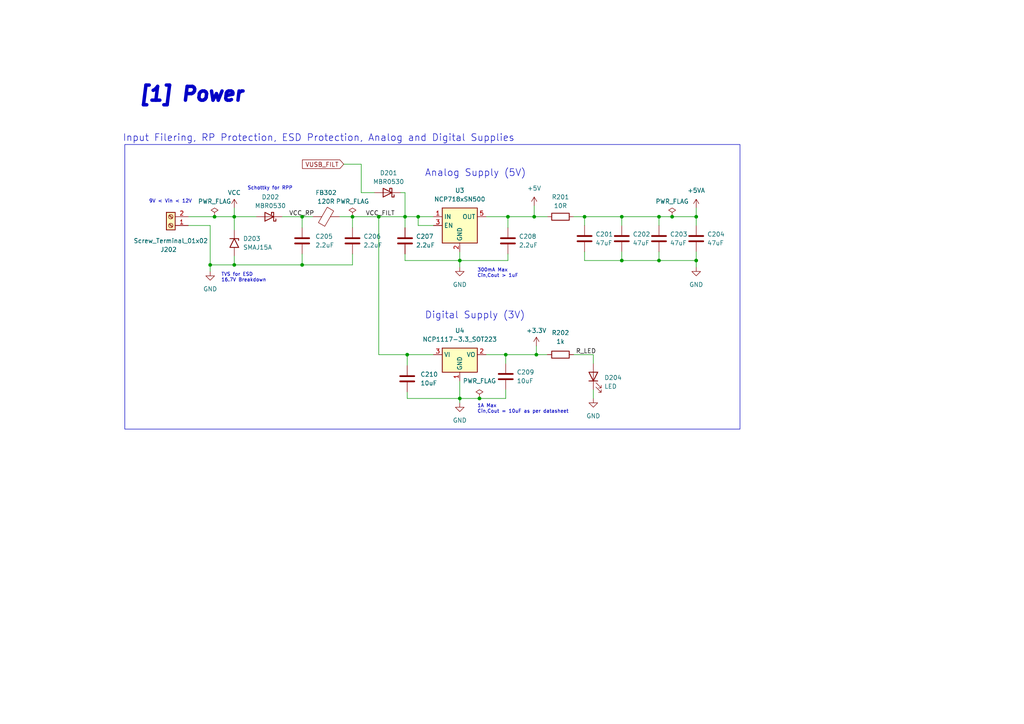
<source format=kicad_sch>
(kicad_sch (version 20230121) (generator eeschema)
  (paper "A4")
  (lib_symbols
    (symbol "Connector:Screw_Terminal_01x02" (pin_names (offset 1.016) hide)
      (property "Reference" "J" (at 0 2.54 0))
      (property "Value" "Screw_Terminal_01x02" (at 0 -5.08 0))
      (symbol "Screw_Terminal_01x02_1_1"
        (rectangle (start -1.27 1.27) (end 1.27 -3.81) (stroke (width 0.254)) (fill (type background)))
        (circle (center 0 -2.54) (radius 0.635) (stroke (width 0.1524)))
        (polyline (pts (xy -0.5334 -2.2098) (xy 0.3302 -3.048)) (stroke (width 0.1524)))
        (polyline (pts (xy -0.5334 0.3302) (xy 0.3302 -0.508)) (stroke (width 0.1524)))
        (polyline (pts (xy -0.3556 -2.032) (xy 0.508 -2.8702)) (stroke (width 0.1524)))
        (polyline (pts (xy -0.3556 0.508) (xy 0.508 -0.3302)) (stroke (width 0.1524)))
        (circle (center 0 0) (radius 0.635) (stroke (width 0.1524)))
        (pin passive line (at -5.08 0 0) (length 3.81) (name "Pin_1") (number "1"))
        (pin passive line (at -5.08 -2.54 0) (length 3.81) (name "Pin_2") (number "2"))
      )
    )
    (symbol "Device:C" (pin_numbers hide) (pin_names (offset 0.254))
      (property "Reference" "C" (at 0.635 2.54 0))
      (property "Value" "C" (at 0.635 -2.54 0))
      (symbol "C_0_1"
        (polyline (pts (xy -2.032 -0.762) (xy 2.032 -0.762)) (stroke (width 0.508)))
        (polyline (pts (xy -2.032 0.762) (xy 2.032 0.762)) (stroke (width 0.508)))
      )
      (symbol "C_1_1"
        (pin passive line (at 0 3.81 270) (length 2.794) (name "~") (number "1"))
        (pin passive line (at 0 -3.81 90) (length 2.794) (name "~") (number "2"))
      )
    )
    (symbol "Device:FerriteBead" (pin_numbers hide) (pin_names (offset 0))
      (property "Reference" "FB" (at -3.81 0.635 90))
      (property "Value" "FerriteBead" (at 3.81 0 90))
      (symbol "FerriteBead_0_1"
        (polyline (pts (xy 0 -1.27) (xy 0 -1.2192)))
        (polyline (pts (xy 0 1.27) (xy 0 1.2954)))
        (polyline (pts (xy -2.7686 0.4064) (xy -1.7018 2.2606) (xy 2.7686 -0.3048) (xy 1.6764 -2.159) (xy -2.7686 0.4064)))
      )
      (symbol "FerriteBead_1_1"
        (pin passive line (at 0 3.81 270) (length 2.54) (name "~") (number "1"))
        (pin passive line (at 0 -3.81 90) (length 2.54) (name "~") (number "2"))
      )
    )
    (symbol "Device:LED" (pin_numbers hide) (pin_names (offset 1.016) hide)
      (property "Reference" "D" (at 0 2.54 0))
      (property "Value" "LED" (at 0 -2.54 0))
      (symbol "LED_0_1"
        (polyline (pts (xy -1.27 -1.27) (xy -1.27 1.27)) (stroke (width 0.254)))
        (polyline (pts (xy -1.27 0) (xy 1.27 0)))
        (polyline (pts (xy 1.27 -1.27) (xy 1.27 1.27) (xy -1.27 0) (xy 1.27 -1.27)) (stroke (width 0.254)))
        (polyline (pts (xy -3.048 -0.762) (xy -4.572 -2.286) (xy -3.81 -2.286) (xy -4.572 -2.286) (xy -4.572 -1.524)))
        (polyline (pts (xy -1.778 -0.762) (xy -3.302 -2.286) (xy -2.54 -2.286) (xy -3.302 -2.286) (xy -3.302 -1.524)))
      )
      (symbol "LED_1_1"
        (pin passive line (at -3.81 0 0) (length 2.54) (name "K") (number "1"))
        (pin passive line (at 3.81 0 180) (length 2.54) (name "A") (number "2"))
      )
    )
    (symbol "Device:R" (pin_numbers hide) (pin_names (offset 0))
      (property "Reference" "R" (at 2.032 0 90))
      (property "Value" "R" (at 0 0 90))
      (symbol "R_0_1"
        (rectangle (start -1.016 -2.54) (end 1.016 2.54) (stroke (width 0.254)))
      )
      (symbol "R_1_1"
        (pin passive line (at 0 3.81 270) (length 1.27) (name "~") (number "1"))
        (pin passive line (at 0 -3.81 90) (length 1.27) (name "~") (number "2"))
      )
    )
    (symbol "Diode:MBR0530" (pin_numbers hide) (pin_names (offset 1.016) hide)
      (property "Reference" "D" (at 0 2.54 0))
      (property "Value" "MBR0530" (at 0 -2.54 0))
      (symbol "MBR0530_0_1"
        (polyline (pts (xy 1.27 0) (xy -1.27 0)))
        (polyline (pts (xy 1.27 1.27) (xy 1.27 -1.27) (xy -1.27 0) (xy 1.27 1.27)) (stroke (width 0.254)))
        (polyline (pts (xy -1.905 0.635) (xy -1.905 1.27) (xy -1.27 1.27) (xy -1.27 -1.27) (xy -0.635 -1.27) (xy -0.635 -0.635)) (stroke (width 0.254)))
      )
      (symbol "MBR0530_1_1"
        (pin passive line (at -3.81 0 0) (length 2.54) (name "K") (number "1"))
        (pin passive line (at 3.81 0 180) (length 2.54) (name "A") (number "2"))
      )
    )
    (symbol "Diode:SMAJ15A" (pin_numbers hide) (pin_names (offset 1.016) hide)
      (property "Reference" "D" (at 0 2.54 0))
      (property "Value" "SMAJ15A" (at 0 -2.54 0))
      (symbol "SMAJ15A_0_1"
        (polyline (pts (xy -0.762 1.27) (xy -1.27 1.27) (xy -1.27 -1.27)) (stroke (width 0.254)))
        (polyline (pts (xy 1.27 1.27) (xy 1.27 -1.27) (xy -1.27 0) (xy 1.27 1.27)) (stroke (width 0.254)))
      )
      (symbol "SMAJ15A_1_1"
        (pin passive line (at -3.81 0 0) (length 2.54) (name "A1") (number "1"))
        (pin passive line (at 3.81 0 180) (length 2.54) (name "A2") (number "2"))
      )
    )
    (symbol "Regulator_Linear:NCP1117-3.3_SOT223"
      (property "Reference" "U" (at -3.81 3.175 0))
      (property "Value" "NCP1117-3.3_SOT223" (at 0 3.175 0))
      (symbol "NCP1117-3.3_SOT223_0_1"
        (rectangle (start -5.08 -5.08) (end 5.08 1.905) (stroke (width 0.254)) (fill (type background)))
      )
      (symbol "NCP1117-3.3_SOT223_1_1"
        (pin power_in line (at 0 -7.62 90) (length 2.54) (name "GND") (number "1"))
        (pin power_out line (at 7.62 0 180) (length 2.54) (name "VO") (number "2"))
        (pin power_in line (at -7.62 0 0) (length 2.54) (name "VI") (number "3"))
      )
    )
    (symbol "Regulator_Linear:NCP718xSN500"
      (property "Reference" "U" (at -3.81 6.35 0))
      (property "Value" "NCP718xSN500" (at 6.35 6.35 0))
      (symbol "NCP718xSN500_0_1"
        (rectangle (start -5.08 -5.08) (end 5.08 5.08) (stroke (width 0.254)) (fill (type background)))
        (pin power_in line (at -7.62 2.54 0) (length 2.54) (name "IN") (number "1"))
        (pin power_in line (at 0 -7.62 90) (length 2.54) (name "GND") (number "2"))
        (pin input line (at -7.62 0 0) (length 2.54) (name "EN") (number "3"))
        (pin no_connect line (at 5.08 0 180) (length 2.54) hide (name "NC") (number "4"))
        (pin power_out line (at 7.62 2.54 180) (length 2.54) (name "OUT") (number "5"))
      )
    )
    (symbol "power:+3.3V" (power) (pin_names (offset 0))
      (property "Value" "+3.3V" (at 0 3.556 0))
      (symbol "+3.3V_0_1"
        (polyline (pts (xy -0.762 1.27) (xy 0 2.54)))
        (polyline (pts (xy 0 0) (xy 0 2.54)))
        (polyline (pts (xy 0 2.54) (xy 0.762 1.27)))
      )
      (symbol "+3.3V_1_1"
        (pin power_in line (at 0 0 90) (length 0) hide (name "+3.3V") (number "1"))
      )
    )
    (symbol "power:+5V" (power) (pin_names (offset 0))
      (property "Value" "+5V" (at 0 3.556 0))
      (symbol "+5V_0_1"
        (polyline (pts (xy -0.762 1.27) (xy 0 2.54)))
        (polyline (pts (xy 0 0) (xy 0 2.54)))
        (polyline (pts (xy 0 2.54) (xy 0.762 1.27)))
      )
      (symbol "+5V_1_1"
        (pin power_in line (at 0 0 90) (length 0) hide (name "+5V") (number "1"))
      )
    )
    (symbol "power:+5VA" (power) (pin_names (offset 0))
      (property "Value" "+5VA" (at 0 3.556 0))
      (symbol "+5VA_0_1"
        (polyline (pts (xy -0.762 1.27) (xy 0 2.54)))
        (polyline (pts (xy 0 0) (xy 0 2.54)))
        (polyline (pts (xy 0 2.54) (xy 0.762 1.27)))
      )
      (symbol "+5VA_1_1"
        (pin power_in line (at 0 0 90) (length 0) hide (name "+5VA") (number "1"))
      )
    )
    (symbol "power:GND" (power) (pin_names (offset 0))
      (property "Value" "GND" (at 0 -3.81 0))
      (symbol "GND_0_1"
        (polyline (pts (xy 0 0) (xy 0 -1.27) (xy 1.27 -1.27) (xy 0 -2.54) (xy -1.27 -1.27) (xy 0 -1.27)))
      )
      (symbol "GND_1_1"
        (pin power_in line (at 0 0 270) (length 0) hide (name "GND") (number "1"))
      )
    )
    (symbol "power:PWR_FLAG" (power) (pin_numbers hide) (pin_names (offset 0) hide)
      (property "Value" "PWR_FLAG" (at 0 3.81 0))
      (symbol "PWR_FLAG_0_0"
        (pin power_out line (at 0 0 90) (length 0) (name "pwr") (number "1"))
      )
      (symbol "PWR_FLAG_0_1"
        (polyline (pts (xy 0 0) (xy 0 1.27) (xy -1.016 1.905) (xy 0 2.54) (xy 1.016 1.905) (xy 0 1.27)))
      )
    )
    (symbol "power:VCC" (power) (pin_names (offset 0))
      (property "Value" "VCC" (at 0 3.81 0))
      (symbol "VCC_0_1"
        (polyline (pts (xy -0.762 1.27) (xy 0 2.54)))
        (polyline (pts (xy 0 0) (xy 0 2.54)))
        (polyline (pts (xy 0 2.54) (xy 0.762 1.27)))
      )
      (symbol "VCC_1_1"
        (pin power_in line (at 0 0 90) (length 0) hide (name "VCC") (number "1"))
      )
    )
  )
  (junction (at 201.93 75.565))
  (junction (at 87.63 62.865))
  (junction (at 117.475 62.865))
  (junction (at 155.575 102.87))
  (junction (at 62.23 62.865))
  (junction (at 87.63 76.835))
  (junction (at 191.135 62.865))
  (junction (at 139.065 115.57))
  (junction (at 118.11 102.87))
  (junction (at 121.285 62.865))
  (junction (at 194.945 62.865))
  (junction (at 180.34 75.565))
  (junction (at 67.945 62.865))
  (junction (at 133.35 115.57))
  (junction (at 201.93 62.865))
  (junction (at 146.685 102.87))
  (junction (at 169.545 62.865))
  (junction (at 180.34 62.865))
  (junction (at 191.135 75.565))
  (junction (at 154.94 62.865))
  (junction (at 147.32 62.865))
  (junction (at 60.96 76.835))
  (junction (at 67.945 76.835))
  (junction (at 109.855 62.865))
  (junction (at 133.35 75.565))
  (junction (at 102.235 62.865))
  (wire (pts (xy 154.94 59.69) (xy 154.94 62.865)))
  (wire (pts (xy 201.93 75.565) (xy 201.93 73.025)))
  (wire (pts (xy 118.11 102.87) (xy 125.73 102.87)))
  (wire (pts (xy 140.97 102.87) (xy 146.685 102.87)))
  (wire (pts (xy 133.35 110.49) (xy 133.35 115.57)))
  (wire (pts (xy 180.34 62.865) (xy 191.135 62.865)))
  (wire (pts (xy 139.065 115.57) (xy 133.35 115.57)))
  (wire (pts (xy 81.915 62.865) (xy 87.63 62.865)))
  (wire (pts (xy 109.855 62.865) (xy 117.475 62.865)))
  (wire (pts (xy 87.63 62.865) (xy 87.63 66.04)))
  (wire (pts (xy 116.205 55.88) (xy 117.475 55.88)))
  (wire (pts (xy 201.93 60.325) (xy 201.93 62.865)))
  (wire (pts (xy 121.285 65.405) (xy 121.285 62.865)))
  (wire (pts (xy 54.61 62.865) (xy 62.23 62.865)))
  (wire (pts (xy 118.11 115.57) (xy 133.35 115.57)))
  (wire (pts (xy 194.945 62.865) (xy 201.93 62.865)))
  (wire (pts (xy 102.235 62.865) (xy 102.235 66.04)))
  (wire (pts (xy 62.23 62.865) (xy 67.945 62.865)))
  (wire (pts (xy 117.475 55.88) (xy 117.475 62.865)))
  (wire (pts (xy 117.475 62.865) (xy 117.475 66.04)))
  (wire (pts (xy 140.97 62.865) (xy 147.32 62.865)))
  (wire (pts (xy 60.96 65.405) (xy 60.96 76.835)))
  (wire (pts (xy 133.35 73.025) (xy 133.35 75.565)))
  (wire (pts (xy 67.945 76.835) (xy 60.96 76.835)))
  (wire (pts (xy 191.135 62.865) (xy 194.945 62.865)))
  (wire (pts (xy 133.35 75.565) (xy 133.35 77.47)))
  (wire (pts (xy 155.575 100.33) (xy 155.575 102.87)))
  (wire (pts (xy 191.135 62.865) (xy 191.135 65.405)))
  (wire (pts (xy 180.34 62.865) (xy 180.34 65.405)))
  (wire (pts (xy 121.285 62.865) (xy 125.73 62.865)))
  (wire (pts (xy 180.34 73.025) (xy 180.34 75.565)))
  (wire (pts (xy 146.685 102.87) (xy 146.685 105.41)))
  (wire (pts (xy 98.425 62.865) (xy 102.235 62.865)))
  (wire (pts (xy 139.065 115.57) (xy 146.685 115.57)))
  (wire (pts (xy 102.235 76.835) (xy 87.63 76.835)))
  (wire (pts (xy 109.855 62.865) (xy 109.855 102.87)))
  (wire (pts (xy 172.085 102.87) (xy 166.37 102.87)))
  (wire (pts (xy 102.235 73.66) (xy 102.235 76.835)))
  (wire (pts (xy 146.685 113.03) (xy 146.685 115.57)))
  (wire (pts (xy 125.73 65.405) (xy 121.285 65.405)))
  (wire (pts (xy 172.085 113.03) (xy 172.085 115.57)))
  (wire (pts (xy 104.775 55.88) (xy 108.585 55.88)))
  (wire (pts (xy 201.93 75.565) (xy 201.93 77.47)))
  (wire (pts (xy 169.545 73.025) (xy 169.545 75.565)))
  (wire (pts (xy 67.945 62.865) (xy 67.945 66.675)))
  (wire (pts (xy 117.475 73.66) (xy 117.475 75.565)))
  (wire (pts (xy 191.135 75.565) (xy 201.93 75.565)))
  (wire (pts (xy 155.575 102.87) (xy 158.75 102.87)))
  (wire (pts (xy 67.945 62.865) (xy 67.945 60.325)))
  (wire (pts (xy 99.695 47.625) (xy 104.775 47.625)))
  (wire (pts (xy 87.63 62.865) (xy 90.805 62.865)))
  (wire (pts (xy 118.11 102.87) (xy 118.11 106.045)))
  (wire (pts (xy 154.94 62.865) (xy 158.75 62.865)))
  (wire (pts (xy 87.63 76.835) (xy 67.945 76.835)))
  (wire (pts (xy 102.235 62.865) (xy 109.855 62.865)))
  (wire (pts (xy 180.34 75.565) (xy 191.135 75.565)))
  (wire (pts (xy 104.775 55.88) (xy 104.775 47.625)))
  (wire (pts (xy 166.37 62.865) (xy 169.545 62.865)))
  (wire (pts (xy 146.685 102.87) (xy 155.575 102.87)))
  (wire (pts (xy 54.61 65.405) (xy 60.96 65.405)))
  (wire (pts (xy 191.135 73.025) (xy 191.135 75.565)))
  (wire (pts (xy 109.855 102.87) (xy 118.11 102.87)))
  (wire (pts (xy 133.35 115.57) (xy 133.35 116.84)))
  (wire (pts (xy 67.945 62.865) (xy 74.295 62.865)))
  (wire (pts (xy 67.945 74.295) (xy 67.945 76.835)))
  (wire (pts (xy 117.475 62.865) (xy 121.285 62.865)))
  (wire (pts (xy 147.32 73.66) (xy 147.32 75.565)))
  (wire (pts (xy 169.545 62.865) (xy 180.34 62.865)))
  (wire (pts (xy 169.545 62.865) (xy 169.545 65.405)))
  (wire (pts (xy 147.32 62.865) (xy 147.32 66.04)))
  (wire (pts (xy 60.96 76.835) (xy 60.96 78.74)))
  (wire (pts (xy 169.545 75.565) (xy 180.34 75.565)))
  (wire (pts (xy 172.085 105.41) (xy 172.085 102.87)))
  (wire (pts (xy 87.63 73.66) (xy 87.63 76.835)))
  (wire (pts (xy 118.11 113.665) (xy 118.11 115.57)))
  (wire (pts (xy 117.475 75.565) (xy 133.35 75.565)))
  (wire (pts (xy 201.93 62.865) (xy 201.93 65.405)))
  (wire (pts (xy 147.32 75.565) (xy 133.35 75.565)))
  (wire (pts (xy 147.32 62.865) (xy 154.94 62.865)))
  (rectangle (start 36.195 41.91) (end 214.63 124.46))
  (text "Digital Supply (3V)" (at 123.19 92.71 0) (effects (font (size 2 2)) (justify left bottom)))
  (text "Schottky for RPP" (at 71.755 55.245 0) (effects (font (size 1 1)) (justify left bottom)))
  (text "TVS for ESD\n16.7V Breakdown" (at 64.135 81.915 0) (effects (font (size 1 1)) (justify left bottom)))
  (text "300mA Max\nCin,Cout > 1uF" (at 138.43 80.645 0) (effects (font (size 1 1)) (justify left bottom)))
  (text "Input Filering, RP Protection, ESD Protection, Analog and Digital Supplies" (at 35.56 41.275 0) (effects (font (size 2 2)) (justify left bottom)))
  (text "Analog Supply (5V)" (at 123.19 51.435 0) (effects (font (size 2 2)) (justify left bottom)))
  (text "9V < Vin < 12V" (at 43.18 59.055 0) (effects (font (size 1 1)) (justify left bottom)))
  (text "1A Max\nCin,Cout = 10uF as per datasheet" (at 138.43 120.015 0) (effects (font (size 1 1)) (justify left bottom)))
  (text "[1] Power" (at 40.005 29.845 0) (effects (font (size 4 4) (thickness 2) bold italic) (justify left bottom)))
  (label "R_LED" (at 167.005 102.87 0))
  (label "VCC_FILT" (at 106.045 62.865 0))
  (label "VCC_RP" (at 83.82 62.865 0))
  (global_label "VUSB_FILT" (shape input) (at 99.695 47.625 180) (property "Intersheetrefs" "${INTERSHEET_REFS}" (effects hide)))
  (symbol (lib_id "power:GND") (at 172.085 115.57 0) (unit 1)
    (property "Reference" "#PWR0208" (effects hide))
    (property "Value" "GND" (at 172.085 120.65 0))
  )
  (symbol (lib_id "Device:C") (at 169.545 69.215 0) (unit 1)
    (property "Reference" "C201" (at 172.72 67.945 0) (effects (justify left)))
    (property "Value" "47uF" (at 172.72 70.485 0) (effects (justify left)))
    (property "Footprint" "Capacitor_SMD:C_0805_2012Metric" (effects hide))
    (property "JLCPCB Part #" "C108659" (effects hide))
  )
  (symbol (lib_id "Device:C") (at 191.135 69.215 0) (unit 1)
    (property "Reference" "C203" (at 194.31 67.945 0) (effects (justify left)))
    (property "Value" "47uF" (at 194.31 70.485 0) (effects (justify left)))
    (property "Footprint" "Capacitor_SMD:C_0805_2012Metric" (effects hide))
    (property "JLCPCB Part #" "C108659" (effects hide))
  )
  (symbol (lib_id "power:+5VA") (at 201.93 60.325 0) (unit 1)
    (property "Reference" "#PWR0203" (effects hide))
    (property "Value" "+5VA" (at 201.93 55.245 0))
  )
  (symbol (lib_id "Device:C") (at 201.93 69.215 0) (unit 1)
    (property "Reference" "C204" (at 205.105 67.945 0) (effects (justify left)))
    (property "Value" "47uF" (at 205.105 70.485 0) (effects (justify left)))
    (property "Footprint" "Capacitor_SMD:C_0805_2012Metric" (effects hide))
    (property "JLCPCB Part #" "C108659" (effects hide))
  )
  (symbol (lib_id "power:GND") (at 133.35 116.84 0) (unit 1)
    (property "Reference" "#PWR0209" (effects hide))
    (property "Value" "GND" (at 133.35 121.92 0))
  )
  (symbol (lib_id "Regulator_Linear:NCP1117-3.3_SOT223") (at 133.35 102.87 0) (unit 1)
    (property "Reference" "U4" (at 133.35 95.885 0))
    (property "Value" "NCP1117-3.3_SOT223" (at 133.35 98.425 0))
    (property "Footprint" "Package_TO_SOT_SMD:SOT-223-3_TabPin2" (effects hide))
    (property "Datasheet" "http://www.onsemi.com/pub_link/Collateral/NCP1117-D.PDF" (effects hide))
    (property "JLCPCB Part #" "C26537" (effects hide))
    (instances (project "GuitarFX" (path "" (reference "U4") (unit 1)) (path "" (reference "U202") (unit 1)) (path "" (reference "U5") (unit 1))))
  )
  (symbol (lib_id "Diode:MBR0530") (at 112.395 55.88 180) (unit 1)
    (property "Reference" "D201" (at 112.7125 50.165 0))
    (property "Value" "MBR0530" (at 112.7125 52.705 0))
    (property "Footprint" "Diode_SMD:D_SOD-123" (effects hide))
    (property "Datasheet" "http://www.mccsemi.com/up_pdf/MBR0520~MBR0580(SOD123).pdf" (effects hide))
    (property "JLCPCB Part #" "C77336" (effects hide))
  )
  (symbol (lib_id "Device:C") (at 117.475 69.85 0) (unit 1)
    (property "Reference" "C207" (at 120.65 68.58 0) (effects (justify left)))
    (property "Value" "2.2uF" (at 120.65 71.12 0) (effects (justify left)))
    (property "Footprint" "Capacitor_SMD:C_0805_2012Metric" (effects hide))
    (property "JLCPCB Part #" "C77081" (effects hide))
  )
  (symbol (lib_id "Device:R") (at 162.56 102.87 90) (unit 1)
    (property "Reference" "R202" (at 162.56 96.52 90))
    (property "Value" "1k" (at 162.56 99.06 90))
    (property "Footprint" "Resistor_SMD:R_0402_1005Metric" (effects hide))
    (property "JLCPCB Part #" "C102758" (effects hide))
  )
  (symbol (lib_id "Diode:SMAJ15A") (at 67.945 70.485 270) (unit 1)
    (property "Reference" "D203" (at 70.485 69.215 90) (effects (justify left)))
    (property "Value" "SMAJ15A" (at 70.485 71.755 90) (effects (justify left)))
    (property "Footprint" "Diode_SMD:D_SMA" (effects hide))
    (property "Datasheet" "https://www.littelfuse.com/media?resourcetype=datasheets&itemid=75e32973-b177-4ee3-a0ff-cedaf1abdb93&filename=smaj-datasheet" (effects hide))
    (property "JLCPCB Part #" "C908769" (effects hide))
  )
  (symbol (lib_id "Device:R") (at 162.56 62.865 90) (unit 1)
    (property "Reference" "R201" (at 162.56 57.15 90))
    (property "Value" "10R" (at 162.56 59.69 90))
    (property "Footprint" "Resistor_SMD:R_0805_2012Metric" (effects hide))
    (property "JLCPCB Part #" "C17415" (effects hide))
  )
  (symbol (lib_id "power:PWR_FLAG") (at 194.945 62.865 0) (unit 1)
    (property "Reference" "#FLG0202" (effects hide))
    (property "Value" "PWR_FLAG" (at 194.945 58.42 0))
  )
  (symbol (lib_id "power:GND") (at 201.93 77.47 0) (unit 1)
    (property "Reference" "#PWR0205" (effects hide))
    (property "Value" "GND" (at 201.93 82.55 0))
  )
  (symbol (lib_id "power:GND") (at 133.35 77.47 0) (unit 1)
    (property "Reference" "#PWR0204" (effects hide))
    (property "Value" "GND" (at 133.35 82.55 0))
  )
  (symbol (lib_id "Device:C") (at 146.685 109.22 0) (unit 1)
    (property "Reference" "C209" (at 149.86 107.95 0) (effects (justify left)))
    (property "Value" "10uF" (at 149.86 110.49 0) (effects (justify left)))
    (property "Footprint" "Capacitor_SMD:C_0805_2012Metric" (effects hide))
    (property "JLCPCB Part #" "C90543" (effects hide))
  )
  (symbol (lib_id "Regulator_Linear:NCP718xSN500") (at 133.35 65.405 0) (unit 1)
    (property "Reference" "U3" (at 133.35 55.245 0))
    (property "Value" "NCP718xSN500" (at 133.35 57.785 0))
    (property "Footprint" "Package_TO_SOT_SMD:SOT-23-5" (effects hide))
    (property "Datasheet" "https://www.onsemi.com/pub/Collateral/NCP718-D.PDF" (effects hide))
    (property "JLCPCB Part #" "C892796" (effects hide))
    (instances (project "GuitarFX" (path "" (reference "U3") (unit 1)) (path "" (reference "U201") (unit 1)) (path "" (reference "U6") (unit 1))))
  )
  (symbol (lib_id "Device:C") (at 118.11 109.855 0) (unit 1)
    (property "Reference" "C210" (at 121.92 108.585 0) (effects (justify left)))
    (property "Value" "10uF" (at 121.92 111.125 0) (effects (justify left)))
    (property "Footprint" "Capacitor_SMD:C_0805_2012Metric" (effects hide))
    (property "JLCPCB Part #" "C90543" (effects hide))
  )
  (symbol (lib_id "Device:FerriteBead") (at 94.615 62.865 90) (unit 1)
    (property "Reference" "FB302" (at 94.5642 55.88 90))
    (property "Value" "120R" (at 94.5642 58.42 90))
    (property "Footprint" "Inductor_SMD:L_0603_1608Metric" (effects hide))
    (property "JLCPCB Part #" "C12391" (effects hide))
    (instances (project "GuitarFX" (path "" (reference "FB302") (unit 1)) (path "" (reference "FB201") (unit 1))))
  )
  (symbol (lib_id "Connector:Screw_Terminal_01x02") (at 49.53 65.405 180) (unit 1)
    (property "Reference" "J202" (at 48.895 72.39 0))
    (property "Value" "Screw_Terminal_01x02" (at 49.53 69.85 0))
    (property "Footprint" "TerminalBlock_Phoenix:TerminalBlock_Phoenix_MPT-0,5-2-2.54_1x02_P2.54mm_Horizontal" (effects hide))
    (property "JLCPCB Part #" "C3029316" (effects hide))
  )
  (symbol (lib_id "power:PWR_FLAG") (at 62.23 62.865 0) (unit 1)
    (property "Reference" "#FLG0201" (effects hide))
    (property "Value" "PWR_FLAG" (at 62.23 58.42 0))
  )
  (symbol (lib_id "Device:C") (at 147.32 69.85 0) (unit 1)
    (property "Reference" "C208" (at 150.495 68.58 0) (effects (justify left)))
    (property "Value" "2.2uF" (at 150.495 71.12 0) (effects (justify left)))
    (property "Footprint" "Capacitor_SMD:C_0805_2012Metric" (effects hide))
    (property "JLCPCB Part #" "C77081" (effects hide))
  )
  (symbol (lib_id "power:+3.3V") (at 155.575 100.33 0) (unit 1)
    (property "Reference" "#PWR0207" (effects hide))
    (property "Value" "+3.3V" (at 155.575 95.885 0))
  )
  (symbol (lib_id "Device:C") (at 102.235 69.85 0) (unit 1)
    (property "Reference" "C206" (at 105.41 68.58 0) (effects (justify left)))
    (property "Value" "2.2uF" (at 105.41 71.12 0) (effects (justify left)))
    (property "Footprint" "Capacitor_SMD:C_0805_2012Metric" (effects hide))
    (property "JLCPCB Part #" "C77081" (effects hide))
  )
  (symbol (lib_id "power:PWR_FLAG") (at 139.065 115.57 0) (unit 1)
    (property "Reference" "#FLG0204" (effects hide))
    (property "Value" "PWR_FLAG" (at 139.065 110.49 0))
  )
  (symbol (lib_id "Device:LED") (at 172.085 109.22 90) (unit 1)
    (property "Reference" "D204" (at 175.26 109.5375 90) (effects (justify right)))
    (property "Value" "LED" (at 175.26 112.0775 90) (effects (justify right)))
    (property "Footprint" "LED_SMD:LED_0603_1608Metric" (effects hide))
    (property "JLCPCB Part #" "C5123548" (effects hide))
  )
  (symbol (lib_id "Device:C") (at 180.34 69.215 0) (unit 1)
    (property "Reference" "C202" (at 183.515 67.945 0) (effects (justify left)))
    (property "Value" "47uF" (at 183.515 70.485 0) (effects (justify left)))
    (property "Footprint" "Capacitor_SMD:C_0805_2012Metric" (effects hide))
    (property "JLCPCB Part #" "C108659" (effects hide))
  )
  (symbol (lib_id "power:PWR_FLAG") (at 102.235 62.865 0) (unit 1)
    (property "Reference" "#FLG0203" (effects hide))
    (property "Value" "PWR_FLAG" (at 102.235 58.42 0))
  )
  (symbol (lib_id "power:GND") (at 60.96 78.74 0) (unit 1)
    (property "Reference" "#PWR0206" (effects hide))
    (property "Value" "GND" (at 60.96 83.82 0))
  )
  (symbol (lib_id "power:VCC") (at 67.945 60.325 0) (unit 1)
    (property "Reference" "#PWR0202" (effects hide))
    (property "Value" "VCC" (at 67.945 55.88 0))
  )
  (symbol (lib_id "power:+5V") (at 154.94 59.69 0) (unit 1)
    (property "Reference" "#PWR0201" (effects hide))
    (property "Value" "+5V" (at 154.94 54.61 0))
  )
  (symbol (lib_id "Device:C") (at 87.63 69.85 0) (unit 1)
    (property "Reference" "C205" (at 91.44 68.58 0) (effects (justify left)))
    (property "Value" "2.2uF" (at 91.44 71.12 0) (effects (justify left)))
    (property "Footprint" "Capacitor_SMD:C_0805_2012Metric" (effects hide))
    (property "JLCPCB Part #" "C77081" (effects hide))
  )
  (symbol (lib_id "Diode:MBR0530") (at 78.105 62.865 180) (unit 1)
    (property "Reference" "D202" (at 78.4225 57.15 0))
    (property "Value" "MBR0530" (at 78.4225 59.69 0))
    (property "Footprint" "Diode_SMD:D_SOD-123" (effects hide))
    (property "Datasheet" "http://www.mccsemi.com/up_pdf/MBR0520~MBR0580(SOD123).pdf" (effects hide))
    (property "JLCPCB Part #" "C77336" (effects hide))
  )
)
</source>
